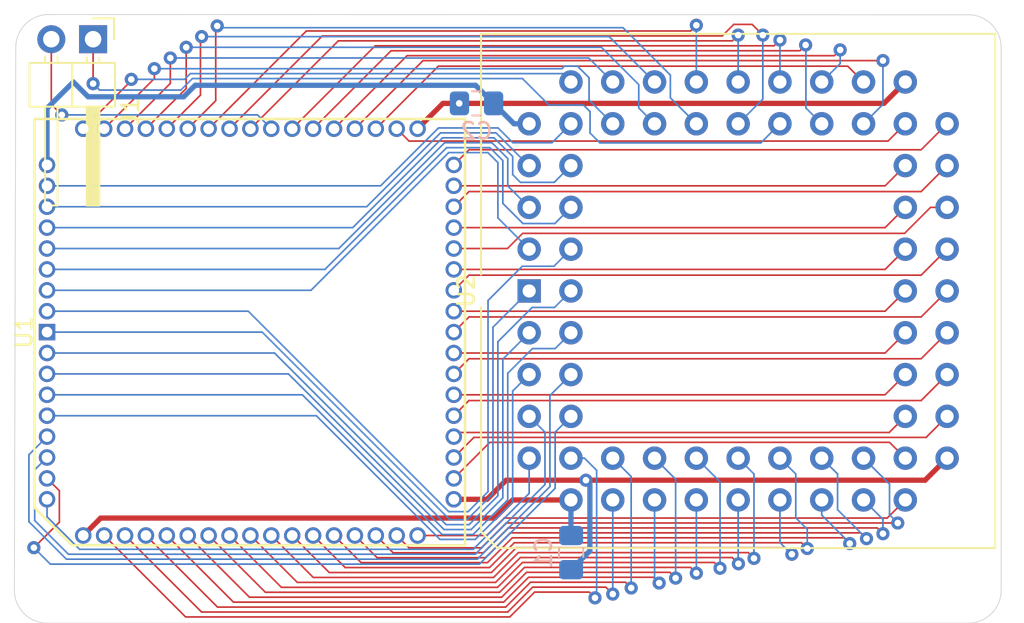
<source format=kicad_pcb>
(kicad_pcb (version 20211014) (generator pcbnew)
  (layers (0 "F.Cu" signal) (31 "B.Cu" signal) (34 "B.Paste" user) (35 "F.Paste" user) (36 "B.SilkS" user "B.Silkscreen") (37 "F.SilkS" user "F.Silkscreen") (38 "B.Mask" user) (39 "F.Mask" user) (44 "Edge.Cuts" user))
  (net 0 "")
  (net 1 "/VSYNC_MMU")
  (net 2 "/VSYNC_MB")
  (net 3 "Net-(U1-Pad1)")
  (net 4 "Net-(U1-Pad2)")
  (net 5 "Net-(U1-Pad3)")
  (net 6 "Net-(U1-Pad4)")
  (net 7 "Net-(U1-Pad5)")
  (net 8 "Net-(U1-Pad6)")
  (net 9 "Net-(U1-Pad7)")
  (net 10 "Net-(U1-Pad8)")
  (net 11 "Net-(U1-Pad9)")
  (net 12 "Net-(U1-Pad11)")
  (net 13 "Net-(U1-Pad12)")
  (net 14 "Net-(U1-Pad13)")
  (net 15 "Net-(U1-Pad14)")
  (net 16 "Net-(U1-Pad15)")
  (net 17 "Net-(U1-Pad16)")
  (net 18 "Net-(U1-Pad17)")
  (net 19 "Net-(U1-Pad18)")
  (net 20 "Net-(U1-Pad19)")
  (net 21 "Net-(U1-Pad20)")
  (net 22 "Net-(U1-Pad21)")
  (net 23 "Net-(U1-Pad22)")
  (net 24 "Net-(U1-Pad23)")
  (net 25 "Net-(U1-Pad24)")
  (net 26 "Net-(U1-Pad25)")
  (net 27 "Net-(U1-Pad26)")
  (net 28 "Net-(U1-Pad28)")
  (net 29 "Net-(U1-Pad29)")
  (net 30 "Net-(U1-Pad30)")
  (net 31 "Net-(U1-Pad31)")
  (net 32 "Net-(U1-Pad32)")
  (net 33 "Net-(U1-Pad33)")
  (net 34 "Net-(U1-Pad34)")
  (net 35 "Net-(U1-Pad35)")
  (net 36 "Net-(U1-Pad36)")
  (net 37 "Net-(U1-Pad37)")
  (net 38 "Net-(U1-Pad38)")
  (net 39 "Net-(U1-Pad39)")
  (net 40 "Net-(U1-Pad40)")
  (net 41 "Net-(U1-Pad41)")
  (net 42 "Net-(U1-Pad42)")
  (net 43 "Net-(U1-Pad43)")
  (net 44 "/VCC1")
  (net 45 "Net-(U1-Pad45)")
  (net 46 "Net-(U1-Pad46)")
  (net 47 "Net-(U1-Pad47)")
  (net 48 "Net-(U1-Pad48)")
  (net 49 "Net-(U1-Pad49)")
  (net 50 "Net-(U1-Pad50)")
  (net 51 "Net-(U1-Pad52)")
  (net 52 "Net-(U1-Pad53)")
  (net 53 "Net-(U1-Pad54)")
  (net 54 "Net-(U1-Pad55)")
  (net 55 "Net-(U1-Pad56)")
  (net 56 "Net-(U1-Pad57)")
  (net 57 "Net-(U1-Pad58)")
  (net 58 "Net-(U1-Pad59)")
  (net 59 "Net-(U1-Pad60)")
  (net 60 "/GND2")
  (net 61 "Net-(U1-Pad62)")
  (net 62 "Net-(U1-Pad63)")
  (net 63 "Net-(U1-Pad64)")
  (net 64 "Net-(U1-Pad65)")
  (net 65 "Net-(U1-Pad66)")
  (net 66 "Net-(U1-Pad67)")
  (net 67 "Net-(U1-Pad68)")
  (net 68 "/VCC2")
  (net 69 "/GND1")
  (footprint "Package_LCC:PLCC-68_THT-Socket" (layer "F.Cu") (at 157.7 119.8 90)
    (fp_text reference "U2")
    (fp_text value "ST_MMU_PHY")
  )
  (footprint "PLCC_plugs:PLCC68_male_pins" (layer "F.Cu") (at 128.4 122.3 90)
    (fp_text reference "U1")
    (fp_text value "ST_MMU_SOCKET")
  )
  (footprint "Connector_PinHeader_2.54mm:PinHeader_1x02_P2.54mm_Horizontal" (layer "F.Cu") (at 131.2 104.5 -90)
    (fp_text reference "J1")
    (fp_text value "Conn_01x02_Male")
  )
  (footprint "Capacitor_SMD:C_0805_2012Metric_Pad1.18x1.45mm_HandSolder" (layer "B.Cu") (at 154.5 108.4)
    (fp_text reference "C2")
    (fp_text value "1u")
  )
  (footprint "Capacitor_SMD:C_0805_2012Metric_Pad1.18x1.45mm_HandSolder" (layer "B.Cu") (at 160.25 135.7 -90)
    (fp_text reference "C1")
    (fp_text value "1u")
  )
  (gr_arc (start 126.5 105) (mid 127.085786 103.585786) (end 128.5 103) (layer "Edge.Cuts") (width 0.05))
  (gr_line (start 184.385786 103.014214) (end 128.5 103) (layer "Edge.Cuts") (width 0.05))
  (gr_line (start 128.414214 139.985786) (end 184.385786 139.985786) (layer "Edge.Cuts") (width 0.05))
  (gr_line (start 186.385786 137.985786) (end 186.385786 105.014214) (layer "Edge.Cuts") (width 0.05))
  (gr_line (start 126.5 105) (end 126.414214 137.985786) (layer "Edge.Cuts") (width 0.05))
  (gr_arc (start 186.385786 137.985786) (mid 185.8 139.4) (end 184.385786 139.985786) (layer "Edge.Cuts") (width 0.05))
  (gr_arc (start 128.414214 139.985786) (mid 127 139.4) (end 126.414214 137.985786) (layer "Edge.Cuts") (width 0.05))
  (gr_arc (start 184.385786 103.014214) (mid 185.8 103.6) (end 186.385786 105.014214) (layer "Edge.Cuts") (width 0.05))
  (segment (start 131.2 104.5) (end 131.2 107.2) (width 0.1) (layer "F.Cu") (net 1))
  (via (at 131.2 107.2) (size 0.8) (drill 0.4) (layers "F.Cu" "B.Cu") (net 1))
  (segment (start 161.4 108.9) (end 161 108.5) (width 0.1) (layer "B.Cu") (net 1))
  (segment (start 136.533764 107.5905) (end 131.5905 107.5905) (width 0.1) (layer "B.Cu") (net 1))
  (segment (start 171.78 110.8) (end 162 110.8) (width 0.1) (layer "B.Cu") (net 1))
  (segment (start 137.233264 106.891) (end 136.533764 107.5905) (width 0.1) (layer "B.Cu") (net 1))
  (segment (start 158.9 108.5) (end 157.291 106.891) (width 0.1) (layer "B.Cu") (net 1))
  (segment (start 172.94 109.64) (end 171.78 110.8) (width 0.1) (layer "B.Cu") (net 1))
  (segment (start 157.291 106.891) (end 137.233264 106.891) (width 0.1) (layer "B.Cu") (net 1))
  (segment (start 161.4 110.2) (end 161.4 108.9) (width 0.1) (layer "B.Cu") (net 1))
  (segment (start 131.5905 107.5905) (end 131.2 107.2) (width 0.1) (layer "B.Cu") (net 1))
  (segment (start 161 108.5) (end 158.9 108.5) (width 0.1) (layer "B.Cu") (net 1))
  (segment (start 162 110.8) (end 161.4 110.2) (width 0.1) (layer "B.Cu") (net 1))
  (segment (start 128.66 104.5) (end 128.66 108.46) (width 0.1) (layer "F.Cu") (net 2))
  (segment (start 128.66 108.46) (end 129.3 109.1) (width 0.1) (layer "F.Cu") (net 2))
  (via (at 129.3 109.1) (size 0.8) (drill 0.4) (layers "F.Cu" "B.Cu") (net 2))
  (segment (start 142.03 109.94) (end 141.19 109.1) (width 0.1) (layer "B.Cu") (net 2))
  (segment (start 141.19 109.1) (end 129.3 109.1) (width 0.1) (layer "B.Cu") (net 2))
  (segment (start 155.499501 122.000499) (end 157.7 119.8) (width 0.1) (layer "B.Cu") (net 3))
  (segment (start 128.4 122.3) (end 141.475781 122.3) (width 0.1) (layer "B.Cu") (net 3))
  (segment (start 152.875282 133.699501) (end 153.924057 133.699501) (width 0.1) (layer "B.Cu") (net 3))
  (segment (start 153.924057 133.699501) (end 155.499501 132.124057) (width 0.1) (layer "B.Cu") (net 3))
  (segment (start 141.475781 122.3) (end 152.875282 133.699501) (width 0.1) (layer "B.Cu") (net 3))
  (segment (start 155.499501 132.124057) (end 155.499501 122.000499) (width 0.1) (layer "B.Cu") (net 3))
  (segment (start 155.799002 122.881655) (end 157.880657 120.8) (width 0.1) (layer "B.Cu") (net 4))
  (segment (start 159.24 120.8) (end 160.24 119.8) (width 0.1) (layer "B.Cu") (net 4))
  (segment (start 152.651886 133.999002) (end 154.048114 133.999002) (width 0.1) (layer "B.Cu") (net 4))
  (segment (start 128.4 123.57) (end 142.222884 123.57) (width 0.1) (layer "B.Cu") (net 4))
  (segment (start 142.222884 123.57) (end 152.651886 133.999002) (width 0.1) (layer "B.Cu") (net 4))
  (segment (start 154.048114 133.999002) (end 155.799002 132.248114) (width 0.1) (layer "B.Cu") (net 4))
  (segment (start 155.799002 132.248114) (end 155.799002 122.881655) (width 0.1) (layer "B.Cu") (net 4))
  (segment (start 157.880657 120.8) (end 159.24 120.8) (width 0.1) (layer "B.Cu") (net 4))
  (segment (start 143.069326 124.84) (end 152.527829 134.298503) (width 0.1) (layer "B.Cu") (net 5))
  (segment (start 156.098503 132.372171) (end 156.098503 123.941497) (width 0.1) (layer "B.Cu") (net 5))
  (segment (start 154.172171 134.298503) (end 156.098503 132.372171) (width 0.1) (layer "B.Cu") (net 5))
  (segment (start 128.4 124.84) (end 143.069326 124.84) (width 0.1) (layer "B.Cu") (net 5))
  (segment (start 156.098503 123.941497) (end 157.7 122.34) (width 0.1) (layer "B.Cu") (net 5))
  (segment (start 152.527829 134.298503) (end 154.172171 134.298503) (width 0.1) (layer "B.Cu") (net 5))
  (segment (start 156.398004 132.496228) (end 156.398004 124.801996) (width 0.1) (layer "B.Cu") (net 6))
  (segment (start 128.4 126.11) (end 143.915768 126.11) (width 0.1) (layer "B.Cu") (net 6))
  (segment (start 154.296228 134.598004) (end 156.398004 132.496228) (width 0.1) (layer "B.Cu") (net 6))
  (segment (start 152.403772 134.598004) (end 154.296228 134.598004) (width 0.1) (layer "B.Cu") (net 6))
  (segment (start 157.9 123.3) (end 159.28 123.3) (width 0.1) (layer "B.Cu") (net 6))
  (segment (start 159.28 123.3) (end 160.24 122.34) (width 0.1) (layer "B.Cu") (net 6))
  (segment (start 156.398004 124.801996) (end 157.9 123.3) (width 0.1) (layer "B.Cu") (net 6))
  (segment (start 143.915768 126.11) (end 152.403772 134.598004) (width 0.1) (layer "B.Cu") (net 6))
  (segment (start 156.697505 132.620285) (end 156.697505 125.882495) (width 0.1) (layer "B.Cu") (net 7))
  (segment (start 156.697505 125.882495) (end 157.7 124.88) (width 0.1) (layer "B.Cu") (net 7))
  (segment (start 128.4 127.38) (end 144.76221 127.38) (width 0.1) (layer "B.Cu") (net 7))
  (segment (start 144.76221 127.38) (end 152.280214 134.898004) (width 0.1) (layer "B.Cu") (net 7))
  (segment (start 152.280214 134.898004) (end 154.419786 134.898004) (width 0.1) (layer "B.Cu") (net 7))
  (segment (start 154.419786 134.898004) (end 156.697505 132.620285) (width 0.1) (layer "B.Cu") (net 7))
  (segment (start 127.3 133.824264) (end 127.3 129.75) (width 0.1) (layer "B.Cu") (net 8))
  (segment (start 129.575736 136.1) (end 127.3 133.824264) (width 0.1) (layer "B.Cu") (net 8))
  (segment (start 127.3 129.75) (end 128.4 128.65) (width 0.1) (layer "B.Cu") (net 8))
  (segment (start 160.24 124.88) (end 158.9612 126.1588) (width 0.1) (layer "B.Cu") (net 8))
  (segment (start 158.9612 126.1588) (end 158.9612 131.687328) (width 0.1) (layer "B.Cu") (net 8))
  (segment (start 154.548528 136.1) (end 129.575736 136.1) (width 0.1) (layer "B.Cu") (net 8))
  (segment (start 158.9612 131.687328) (end 154.548528 136.1) (width 0.1) (layer "B.Cu") (net 8))
  (segment (start 127.65 130.67) (end 128.4 129.92) (width 0.1) (layer "B.Cu") (net 9))
  (segment (start 127.65 133.75) (end 127.65 130.67) (width 0.1) (layer "B.Cu") (net 9))
  (segment (start 154.424264 135.8) (end 129.7 135.8) (width 0.1) (layer "B.Cu") (net 9))
  (segment (start 158.6612 128.3812) (end 158.6612 131.563064) (width 0.1) (layer "B.Cu") (net 9))
  (segment (start 129.7 135.8) (end 127.65 133.75) (width 0.1) (layer "B.Cu") (net 9))
  (segment (start 158.6612 131.563064) (end 154.424264 135.8) (width 0.1) (layer "B.Cu") (net 9))
  (segment (start 157.7 127.42) (end 158.6612 128.3812) (width 0.1) (layer "B.Cu") (net 9))
  (segment (start 127.6 135.4) (end 129.15 133.85) (width 0.1) (layer "F.Cu") (net 10))
  (segment (start 129.15 131.94) (end 128.4 131.19) (width 0.1) (layer "F.Cu") (net 10))
  (segment (start 129.15 133.85) (end 129.15 131.94) (width 0.1) (layer "F.Cu") (net 10))
  (via (at 127.6 135.4) (size 0.8) (drill 0.4) (layers "F.Cu" "B.Cu") (net 10))
  (segment (start 159.2788 128.3812) (end 159.2788 131.793992) (width 0.1) (layer "B.Cu") (net 10))
  (segment (start 160.24 127.42) (end 159.2788 128.3812) (width 0.1) (layer "B.Cu") (net 10))
  (segment (start 128.6 136.4) (end 127.6 135.4) (width 0.1) (layer "B.Cu") (net 10))
  (segment (start 154.672792 136.4) (end 128.6 136.4) (width 0.1) (layer "B.Cu") (net 10))
  (segment (start 159.2788 131.793992) (end 154.672792 136.4) (width 0.1) (layer "B.Cu") (net 10))
  (segment (start 154.3 135.5) (end 157.7 132.1) (width 0.1) (layer "B.Cu") (net 11))
  (segment (start 128.4 133.520661) (end 130.379339 135.5) (width 0.1) (layer "B.Cu") (net 11))
  (segment (start 157.7 132.1) (end 157.7 129.96) (width 0.1) (layer "B.Cu") (net 11))
  (segment (start 128.4 132.46) (end 128.4 133.520661) (width 0.1) (layer "B.Cu") (net 11))
  (segment (start 130.379339 135.5) (end 154.3 135.5) (width 0.1) (layer "B.Cu") (net 11))
  (segment (start 161.3505 138.1) (end 161.7 138.4495) (width 0.1) (layer "F.Cu") (net 12))
  (segment (start 136.82 139.61) (end 156.522492 139.61) (width 0.1) (layer "F.Cu") (net 12))
  (segment (start 158.032492 138.1) (end 161.3505 138.1) (width 0.1) (layer "F.Cu") (net 12))
  (segment (start 156.522492 139.61) (end 158.032492 138.1) (width 0.1) (layer "F.Cu") (net 12))
  (segment (start 131.87 134.66) (end 136.82 139.61) (width 0.1) (layer "F.Cu") (net 12))
  (via (at 161.7 138.4495) (size 0.8) (drill 0.4) (layers "F.Cu" "B.Cu") (net 12))
  (segment (start 161.06 129.96) (end 160.24 129.96) (width 0.1) (layer "B.Cu") (net 12))
  (segment (start 161.8 130.7) (end 161.06 129.96) (width 0.1) (layer "B.Cu") (net 12))
  (segment (start 161.7 138.4495) (end 161.8 138.3495) (width 0.1) (layer "B.Cu") (net 12))
  (segment (start 161.8 138.3495) (end 161.8 130.7) (width 0.1) (layer "B.Cu") (net 12))
  (segment (start 157.908934 137.8) (end 156.398934 139.31) (width 0.1) (layer "F.Cu") (net 13))
  (segment (start 156.398934 139.31) (end 137.79 139.31) (width 0.1) (layer "F.Cu") (net 13))
  (segment (start 162.36 137.8) (end 157.908934 137.8) (width 0.1) (layer "F.Cu") (net 13))
  (segment (start 162.78 138.22) (end 162.36 137.8) (width 0.1) (layer "F.Cu") (net 13))
  (segment (start 137.79 139.31) (end 133.14 134.66) (width 0.1) (layer "F.Cu") (net 13))
  (via (at 162.78 138.22) (size 0.8) (drill 0.4) (layers "F.Cu" "B.Cu") (net 13))
  (segment (start 162.78 138.22) (end 162.78 132.5) (width 0.1) (layer "B.Cu") (net 13))
  (segment (start 156.275376 139.01) (end 157.785376 137.5) (width 0.1) (layer "F.Cu") (net 14))
  (segment (start 138.76 139.01) (end 156.275376 139.01) (width 0.1) (layer "F.Cu") (net 14))
  (segment (start 163.5505 137.5) (end 163.9 137.8495) (width 0.1) (layer "F.Cu") (net 14))
  (segment (start 134.41 134.66) (end 138.76 139.01) (width 0.1) (layer "F.Cu") (net 14))
  (segment (start 157.785376 137.5) (end 163.5505 137.5) (width 0.1) (layer "F.Cu") (net 14))
  (via (at 163.9 137.8495) (size 0.8) (drill 0.4) (layers "F.Cu" "B.Cu") (net 14))
  (segment (start 163.9 131.08) (end 162.78 129.96) (width 0.1) (layer "B.Cu") (net 14))
  (segment (start 163.9 137.8495) (end 163.9 131.08) (width 0.1) (layer "B.Cu") (net 14))
  (segment (start 165.2505 137.2) (end 157.661818 137.2) (width 0.1) (layer "F.Cu") (net 15))
  (segment (start 165.6 137.5495) (end 165.2505 137.2) (width 0.1) (layer "F.Cu") (net 15))
  (segment (start 157.661818 137.2) (end 156.151818 138.71) (width 0.1) (layer "F.Cu") (net 15))
  (segment (start 156.151818 138.71) (end 139.73 138.71) (width 0.1) (layer "F.Cu") (net 15))
  (segment (start 139.73 138.71) (end 135.68 134.66) (width 0.1) (layer "F.Cu") (net 15))
  (via (at 165.6 137.5495) (size 0.8) (drill 0.4) (layers "F.Cu" "B.Cu") (net 15))
  (segment (start 165.32 137.2695) (end 165.32 132.5) (width 0.1) (layer "B.Cu") (net 15))
  (segment (start 165.6 137.5495) (end 165.32 137.2695) (width 0.1) (layer "B.Cu") (net 15))
  (segment (start 156.02826 138.41) (end 140.7 138.41) (width 0.1) (layer "F.Cu") (net 16))
  (segment (start 140.7 138.41) (end 136.95 134.66) (width 0.1) (layer "F.Cu") (net 16))
  (segment (start 166.6 137.2495) (end 166.2505 136.9) (width 0.1) (layer "F.Cu") (net 16))
  (segment (start 166.2505 136.9) (end 157.53826 136.9) (width 0.1) (layer "F.Cu") (net 16))
  (segment (start 157.53826 136.9) (end 156.02826 138.41) (width 0.1) (layer "F.Cu") (net 16))
  (via (at 166.6 137.2495) (size 0.8) (drill 0.4) (layers "F.Cu" "B.Cu") (net 16))
  (segment (start 166.6 131.24) (end 165.32 129.96) (width 0.1) (layer "B.Cu") (net 16))
  (segment (start 166.6 137.2495) (end 166.6 131.24) (width 0.1) (layer "B.Cu") (net 16))
  (segment (start 167.86 136.9495) (end 167.5105 136.6) (width 0.1) (layer "F.Cu") (net 17))
  (segment (start 157.414702 136.6) (end 155.904702 138.11) (width 0.1) (layer "F.Cu") (net 17))
  (segment (start 167.5105 136.6) (end 157.414702 136.6) (width 0.1) (layer "F.Cu") (net 17))
  (segment (start 155.904702 138.11) (end 141.67 138.11) (width 0.1) (layer "F.Cu") (net 17))
  (segment (start 141.67 138.11) (end 138.22 134.66) (width 0.1) (layer "F.Cu") (net 17))
  (via (at 167.86 136.9495) (size 0.8) (drill 0.4) (layers "F.Cu" "B.Cu") (net 17))
  (segment (start 167.86 136.9495) (end 167.86 132.5) (width 0.1) (layer "B.Cu") (net 17))
  (segment (start 168.9505 136.3) (end 169.3 136.6495) (width 0.1) (layer "F.Cu") (net 18))
  (segment (start 157.291144 136.3) (end 168.9505 136.3) (width 0.1) (layer "F.Cu") (net 18))
  (segment (start 139.49 134.66) (end 142.64 137.81) (width 0.1) (layer "F.Cu") (net 18))
  (segment (start 142.64 137.81) (end 155.781144 137.81) (width 0.1) (layer "F.Cu") (net 18))
  (segment (start 155.781144 137.81) (end 157.291144 136.3) (width 0.1) (layer "F.Cu") (net 18))
  (via (at 169.3 136.6495) (size 0.8) (drill 0.4) (layers "F.Cu" "B.Cu") (net 18))
  (segment (start 169.3 131.4) (end 167.86 129.96) (width 0.1) (layer "B.Cu") (net 18))
  (segment (start 169.3 136.6495) (end 169.3 131.4) (width 0.1) (layer "B.Cu") (net 18))
  (segment (start 170.417327 136.378299) (end 170.039028 136) (width 0.1) (layer "F.Cu") (net 19))
  (segment (start 170.039028 136) (end 157.167586 136) (width 0.1) (layer "F.Cu") (net 19))
  (segment (start 143.61 137.51) (end 140.76 134.66) (width 0.1) (layer "F.Cu") (net 19))
  (segment (start 157.167586 136) (end 155.657586 137.51) (width 0.1) (layer "F.Cu") (net 19))
  (segment (start 155.657586 137.51) (end 143.61 137.51) (width 0.1) (layer "F.Cu") (net 19))
  (via (at 170.417327 136.378299) (size 0.8) (drill 0.4) (layers "F.Cu" "B.Cu") (net 19))
  (segment (start 170.4 136.360972) (end 170.4 132.5) (width 0.1) (layer "B.Cu") (net 19))
  (segment (start 170.417327 136.378299) (end 170.4 136.360972) (width 0.1) (layer "B.Cu") (net 19))
  (segment (start 144.58 137.21) (end 142.03 134.66) (width 0.1) (layer "F.Cu") (net 20))
  (segment (start 157.044028 135.7) (end 155.534028 137.21) (width 0.1) (layer "F.Cu") (net 20))
  (segment (start 155.534028 137.21) (end 144.58 137.21) (width 0.1) (layer "F.Cu") (net 20))
  (segment (start 171.0117 135.7) (end 157.044028 135.7) (width 0.1) (layer "F.Cu") (net 20))
  (segment (start 171.3612 136.0495) (end 171.0117 135.7) (width 0.1) (layer "F.Cu") (net 20))
  (via (at 171.3612 136.0495) (size 0.8) (drill 0.4) (layers "F.Cu" "B.Cu") (net 20))
  (segment (start 171.3612 136.0495) (end 171.3612 130.9212) (width 0.1) (layer "B.Cu") (net 20))
  (segment (start 171.3612 130.9212) (end 170.4 129.96) (width 0.1) (layer "B.Cu") (net 20))
  (segment (start 155.41047 136.91) (end 145.55 136.91) (width 0.1) (layer "F.Cu") (net 21))
  (segment (start 173.650949 135.800449) (end 173.2505 135.4) (width 0.1) (layer "F.Cu") (net 21))
  (segment (start 145.55 136.91) (end 143.3 134.66) (width 0.1) (layer "F.Cu") (net 21))
  (segment (start 173.664137 135.800449) (end 173.650949 135.800449) (width 0.1) (layer "F.Cu") (net 21))
  (segment (start 173.2505 135.4) (end 156.92047 135.4) (width 0.1) (layer "F.Cu") (net 21))
  (segment (start 156.92047 135.4) (end 155.41047 136.91) (width 0.1) (layer "F.Cu") (net 21))
  (via (at 173.664137 135.800449) (size 0.8) (drill 0.4) (layers "F.Cu" "B.Cu") (net 21))
  (segment (start 172.94 135.0895) (end 172.94 132.5) (width 0.1) (layer "B.Cu") (net 21))
  (segment (start 173.664137 135.800449) (end 173.650949 135.800449) (width 0.1) (layer "B.Cu") (net 21))
  (segment (start 173.650949 135.800449) (end 172.94 135.0895) (width 0.1) (layer "B.Cu") (net 21))
  (segment (start 146.518004 136.608004) (end 144.57 134.66) (width 0.1) (layer "F.Cu") (net 22))
  (segment (start 156.796912 135.1) (end 155.288908 136.608004) (width 0.1) (layer "F.Cu") (net 22))
  (segment (start 155.288908 136.608004) (end 146.518004 136.608004) (width 0.1) (layer "F.Cu") (net 22))
  (segment (start 174.6 135.4495) (end 174.2505 135.1) (width 0.1) (layer "F.Cu") (net 22))
  (segment (start 174.2505 135.1) (end 156.796912 135.1) (width 0.1) (layer "F.Cu") (net 22))
  (via (at 174.6 135.4495) (size 0.8) (drill 0.4) (layers "F.Cu" "B.Cu") (net 22))
  (segment (start 173.9012 133.582649) (end 173.9012 130.9212) (width 0.1) (layer "B.Cu") (net 22))
  (segment (start 174.6 135.4495) (end 174.6 134.281449) (width 0.1) (layer "B.Cu") (net 22))
  (segment (start 173.9012 130.9212) (end 172.94 129.96) (width 0.1) (layer "B.Cu") (net 22))
  (segment (start 174.6 134.281449) (end 173.9012 133.582649) (width 0.1) (layer "B.Cu") (net 22))
  (segment (start 176.830561 134.8) (end 156.673354 134.8) (width 0.1) (layer "F.Cu") (net 23))
  (segment (start 155.164851 136.308503) (end 147.488503 136.308503) (width 0.1) (layer "F.Cu") (net 23))
  (segment (start 177.180061 135.1495) (end 176.830561 134.8) (width 0.1) (layer "F.Cu") (net 23))
  (segment (start 147.488503 136.308503) (end 145.84 134.66) (width 0.1) (layer "F.Cu") (net 23))
  (segment (start 156.673354 134.8) (end 155.164851 136.308503) (width 0.1) (layer "F.Cu") (net 23))
  (via (at 177.180061 135.1495) (size 0.8) (drill 0.4) (layers "F.Cu" "B.Cu") (net 23))
  (segment (start 177.180061 135.1495) (end 177.180061 135.119938) (width 0.1) (layer "B.Cu") (net 23))
  (segment (start 175.48 133.419877) (end 175.48 132.5) (width 0.1) (layer "B.Cu") (net 23))
  (segment (start 177.180061 135.119938) (end 175.48 133.419877) (width 0.1) (layer "B.Cu") (net 23))
  (segment (start 148.459002 136.009002) (end 155.040794 136.009002) (width 0.1) (layer "F.Cu") (net 24))
  (segment (start 177.850997 134.5) (end 178.200497 134.8495) (width 0.1) (layer "F.Cu") (net 24))
  (segment (start 155.040794 136.009002) (end 156.549796 134.5) (width 0.1) (layer "F.Cu") (net 24))
  (segment (start 156.549796 134.5) (end 177.850997 134.5) (width 0.1) (layer "F.Cu") (net 24))
  (segment (start 147.11 134.66) (end 148.459002 136.009002) (width 0.1) (layer "F.Cu") (net 24))
  (via (at 178.200497 134.8495) (size 0.8) (drill 0.4) (layers "F.Cu" "B.Cu") (net 24))
  (segment (start 176.4412 133.090203) (end 176.4412 130.9212) (width 0.1) (layer "B.Cu") (net 24))
  (segment (start 178.200497 134.8495) (end 176.4412 133.090203) (width 0.1) (layer "B.Cu") (net 24))
  (segment (start 176.4412 130.9212) (end 175.48 129.96) (width 0.1) (layer "B.Cu") (net 24))
  (segment (start 149.429501 135.709501) (end 154.916737 135.709501) (width 0.1) (layer "F.Cu") (net 25))
  (segment (start 156.426238 134.2) (end 178.8505 134.2) (width 0.1) (layer "F.Cu") (net 25))
  (segment (start 148.38 134.66) (end 149.429501 135.709501) (width 0.1) (layer "F.Cu") (net 25))
  (segment (start 154.916737 135.709501) (end 156.426238 134.2) (width 0.1) (layer "F.Cu") (net 25))
  (segment (start 178.8505 134.2) (end 179.2 134.5495) (width 0.1) (layer "F.Cu") (net 25))
  (via (at 179.2 134.5495) (size 0.8) (drill 0.4) (layers "F.Cu" "B.Cu") (net 25))
  (segment (start 179.2 133.68) (end 178.02 132.5) (width 0.1) (layer "B.Cu") (net 25))
  (segment (start 179.2 134.5495) (end 179.2 133.68) (width 0.1) (layer "B.Cu") (net 25))
  (segment (start 156.30268 133.9) (end 180.1 133.9) (width 0.1) (layer "F.Cu") (net 26))
  (segment (start 154.79268 135.41) (end 156.30268 133.9) (width 0.1) (layer "F.Cu") (net 26))
  (segment (start 149.65 134.66) (end 150.4 135.41) (width 0.1) (layer "F.Cu") (net 26))
  (segment (start 150.4 135.41) (end 154.79268 135.41) (width 0.1) (layer "F.Cu") (net 26))
  (via (at 180.1 133.9) (size 0.8) (drill 0.4) (layers "F.Cu" "B.Cu") (net 26))
  (segment (start 180.1 133.9) (end 179.5988 133.3988) (width 0.1) (layer "B.Cu") (net 26))
  (segment (start 179.5988 131.5388) (end 178.02 129.96) (width 0.1) (layer "B.Cu") (net 26))
  (segment (start 179.5988 133.3988) (end 179.5988 131.5388) (width 0.1) (layer "B.Cu") (net 26))
  (segment (start 179.46 133.6) (end 156.179122 133.6) (width 0.1) (layer "F.Cu") (net 27))
  (segment (start 180.56 132.5) (end 179.46 133.6) (width 0.1) (layer "F.Cu") (net 27))
  (segment (start 156.179122 133.6) (end 155.119122 134.66) (width 0.1) (layer "F.Cu") (net 27))
  (segment (start 155.119122 134.66) (end 150.92 134.66) (width 0.1) (layer "F.Cu") (net 27))
  (segment (start 155.3112 128.9988) (end 179.5988 128.9988) (width 0.1) (layer "F.Cu") (net 28))
  (segment (start 179.5988 128.9988) (end 180.56 129.96) (width 0.1) (layer "F.Cu") (net 28))
  (segment (start 153.12 131.19) (end 155.3112 128.9988) (width 0.1) (layer "F.Cu") (net 28))
  (segment (start 181.820701 128.699299) (end 183.1 127.42) (width 0.1) (layer "F.Cu") (net 29))
  (segment (start 153.12 129.92) (end 154.340701 128.699299) (width 0.1) (layer "F.Cu") (net 29))
  (segment (start 154.340701 128.699299) (end 181.820701 128.699299) (width 0.1) (layer "F.Cu") (net 29))
  (segment (start 179.580202 128.399798) (end 180.56 127.42) (width 0.1) (layer "F.Cu") (net 30))
  (segment (start 153.12 128.65) (end 153.370202 128.399798) (width 0.1) (layer "F.Cu") (net 30))
  (segment (start 153.370202 128.399798) (end 179.580202 128.399798) (width 0.1) (layer "F.Cu") (net 30))
  (segment (start 181.5212 126.4588) (end 183.1 124.88) (width 0.1) (layer "F.Cu") (net 31))
  (segment (start 153.12 127.38) (end 154.0412 126.4588) (width 0.1) (layer "F.Cu") (net 31))
  (segment (start 154.0412 126.4588) (end 181.5212 126.4588) (width 0.1) (layer "F.Cu") (net 31))
  (segment (start 153.12 126.11) (end 179.33 126.11) (width 0.1) (layer "F.Cu") (net 32))
  (segment (start 179.33 126.11) (end 180.56 124.88) (width 0.1) (layer "F.Cu") (net 32))
  (segment (start 153.12 124.84) (end 154.0412 123.9188) (width 0.1) (layer "F.Cu") (net 33))
  (segment (start 154.0412 123.9188) (end 181.5212 123.9188) (width 0.1) (layer "F.Cu") (net 33))
  (segment (start 181.5212 123.9188) (end 183.1 122.34) (width 0.1) (layer "F.Cu") (net 33))
  (segment (start 153.12 123.57) (end 179.33 123.57) (width 0.1) (layer "F.Cu") (net 34))
  (segment (start 179.33 123.57) (end 180.56 122.34) (width 0.1) (layer "F.Cu") (net 34))
  (segment (start 153.12 122.3) (end 154.0412 121.3788) (width 0.1) (layer "F.Cu") (net 35))
  (segment (start 154.0412 121.3788) (end 181.5212 121.3788) (width 0.1) (layer "F.Cu") (net 35))
  (segment (start 181.5212 121.3788) (end 183.1 119.8) (width 0.1) (layer "F.Cu") (net 35))
  (segment (start 153.12 121.03) (end 179.33 121.03) (width 0.1) (layer "F.Cu") (net 36))
  (segment (start 179.33 121.03) (end 180.56 119.8) (width 0.1) (layer "F.Cu") (net 36))
  (segment (start 153.12 119.76) (end 154.0412 118.8388) (width 0.1) (layer "F.Cu") (net 37))
  (segment (start 181.5212 118.8388) (end 183.1 117.26) (width 0.1) (layer "F.Cu") (net 37))
  (segment (start 154.0412 118.8388) (end 181.5212 118.8388) (width 0.1) (layer "F.Cu") (net 37))
  (segment (start 179.33 118.49) (end 180.56 117.26) (width 0.1) (layer "F.Cu") (net 38))
  (segment (start 153.12 118.49) (end 179.33 118.49) (width 0.1) (layer "F.Cu") (net 38))
  (segment (start 160.639343 116.3) (end 160.638143 116.2988) (width 0.1) (layer "F.Cu") (net 39))
  (segment (start 182.094212 114.72) (end 180.514212 116.3) (width 0.1) (layer "F.Cu") (net 39))
  (segment (start 156.380657 117.22) (end 153.12 117.22) (width 0.1) (layer "F.Cu") (net 39))
  (segment (start 158.098143 116.2988) (end 157.301857 116.2988) (width 0.1) (layer "F.Cu") (net 39))
  (segment (start 159.841857 116.2988) (end 159.840657 116.3) (width 0.1) (layer "F.Cu") (net 39))
  (segment (start 160.638143 116.2988) (end 159.841857 116.2988) (width 0.1) (layer "F.Cu") (net 39))
  (segment (start 180.514212 116.3) (end 160.639343 116.3) (width 0.1) (layer "F.Cu") (net 39))
  (segment (start 159.840657 116.3) (end 158.099343 116.3) (width 0.1) (layer "F.Cu") (net 39))
  (segment (start 158.099343 116.3) (end 158.098143 116.2988) (width 0.1) (layer "F.Cu") (net 39))
  (segment (start 183.1 114.72) (end 182.094212 114.72) (width 0.1) (layer "F.Cu") (net 39))
  (segment (start 157.301857 116.2988) (end 156.380657 117.22) (width 0.1) (layer "F.Cu") (net 39))
  (segment (start 180.56 114.72) (end 179.33 115.95) (width 0.1) (layer "F.Cu") (net 40))
  (segment (start 179.33 115.95) (end 153.12 115.95) (width 0.1) (layer "F.Cu") (net 40))
  (segment (start 154.0412 113.7588) (end 181.5212 113.7588) (width 0.1) (layer "F.Cu") (net 41))
  (segment (start 153.12 114.68) (end 154.0412 113.7588) (width 0.1) (layer "F.Cu") (net 41))
  (segment (start 181.5212 113.7588) (end 183.1 112.18) (width 0.1) (layer "F.Cu") (net 41))
  (segment (start 179.33 113.41) (end 180.56 112.18) (width 0.1) (layer "F.Cu") (net 42))
  (segment (start 153.12 113.41) (end 179.33 113.41) (width 0.1) (layer "F.Cu") (net 42))
  (segment (start 153.12 112.14) (end 154.0412 111.2188) (width 0.1) (layer "F.Cu") (net 43))
  (segment (start 181.5212 111.2188) (end 183.1 109.64) (width 0.1) (layer "F.Cu") (net 43))
  (segment (start 154.0412 111.2188) (end 181.5212 111.2188) (width 0.1) (layer "F.Cu") (net 43))
  (segment (start 156.7 132.5) (end 160.24 132.5) (width 0.32) (layer "F.Cu") (net 44))
  (segment (start 130.6 134.66) (end 131.66 133.6) (width 0.32) (layer "F.Cu") (net 44))
  (segment (start 131.66 133.6) (end 155.6 133.6) (width 0.32) (layer "F.Cu") (net 44))
  (segment (start 155.6 133.6) (end 156.7 132.5) (width 0.32) (layer "F.Cu") (net 44))
  (segment (start 160.24 132.5) (end 160.24 134.6525) (width 0.32) (layer "B.Cu") (net 44))
  (segment (start 160.24 134.6525) (end 160.25 134.6625) (width 0.32) (layer "B.Cu") (net 44))
  (segment (start 149.65 109.94) (end 150.4 110.69) (width 0.1) (layer "F.Cu") (net 45))
  (segment (start 179.51 110.69) (end 180.56 109.64) (width 0.1) (layer "F.Cu") (net 45))
  (segment (start 150.4 110.69) (end 179.51 110.69) (width 0.1) (layer "F.Cu") (net 45))
  (segment (start 152.1812 106.1388) (end 177.0588 106.1388) (width 0.1) (layer "F.Cu") (net 46))
  (segment (start 148.38 109.94) (end 152.1812 106.1388) (width 0.1) (layer "F.Cu") (net 46))
  (segment (start 177.0588 106.1388) (end 178.02 107.1) (width 0.1) (layer "F.Cu") (net 46))
  (segment (start 151.25 105.8) (end 179.2 105.8) (width 0.1) (layer "F.Cu") (net 47))
  (segment (start 147.11 109.94) (end 151.25 105.8) (width 0.1) (layer "F.Cu") (net 47))
  (via (at 179.2 105.8) (size 0.8) (drill 0.4) (layers "F.Cu" "B.Cu") (net 47))
  (segment (start 179.2 108.46) (end 178.02 109.64) (width 0.1) (layer "B.Cu") (net 47))
  (segment (start 179.2 105.8) (end 179.2 108.46) (width 0.1) (layer "B.Cu") (net 47))
  (segment (start 176.2505 105.5) (end 176.6 105.1505) (width 0.1) (layer "F.Cu") (net 48))
  (segment (start 145.84 109.94) (end 150.28 105.5) (width 0.1) (layer "F.Cu") (net 48))
  (segment (start 150.28 105.5) (end 176.2505 105.5) (width 0.1) (layer "F.Cu") (net 48))
  (via (at 176.6 105.1505) (size 0.8) (drill 0.4) (layers "F.Cu" "B.Cu") (net 48))
  (segment (start 176.6 105.98) (end 175.48 107.1) (width 0.1) (layer "B.Cu") (net 48))
  (segment (start 176.6 105.1505) (end 176.6 105.98) (width 0.1) (layer "B.Cu") (net 48))
  (segment (start 174.5 104.8505) (end 174.1505 105.2) (width 0.1) (layer "F.Cu") (net 49))
  (segment (start 149.31 105.2) (end 144.57 109.94) (width 0.1) (layer "F.Cu") (net 49))
  (segment (start 174.1505 105.2) (end 149.31 105.2) (width 0.1) (layer "F.Cu") (net 49))
  (via (at 174.5 104.8505) (size 0.8) (drill 0.4) (layers "F.Cu" "B.Cu") (net 49))
  (segment (start 174.5188 104.8693) (end 174.5188 108.6788) (width 0.1) (layer "B.Cu") (net 49))
  (segment (start 174.5188 108.6788) (end 175.48 109.64) (width 0.1) (layer "B.Cu") (net 49))
  (segment (start 174.5 104.8505) (end 174.5188 104.8693) (width 0.1) (layer "B.Cu") (net 49))
  (segment (start 172.5905 104.9) (end 148.34 104.9) (width 0.1) (layer "F.Cu") (net 50))
  (segment (start 172.94 104.5505) (end 172.5905 104.9) (width 0.1) (layer "F.Cu") (net 50))
  (segment (start 148.34 104.9) (end 143.3 109.94) (width 0.1) (layer "F.Cu") (net 50))
  (via (at 172.94 104.5505) (size 0.8) (drill 0.4) (layers "F.Cu" "B.Cu") (net 50))
  (segment (start 172.94 104.5505) (end 172.94 107.1) (width 0.1) (layer "B.Cu") (net 50))
  (segment (start 146.1 104.6) (end 140.76 109.94) (width 0.1) (layer "F.Cu") (net 51))
  (segment (start 170.4 104.2505) (end 170.0505 104.6) (width 0.1) (layer "F.Cu") (net 51))
  (segment (start 170.0505 104.6) (end 146.1 104.6) (width 0.1) (layer "F.Cu") (net 51))
  (via (at 170.4 104.2505) (size 0.8) (drill 0.4) (layers "F.Cu" "B.Cu") (net 51))
  (segment (start 170.4 104.2505) (end 170.4 107.1) (width 0.1) (layer "B.Cu") (net 51))
  (segment (start 171.25 103.6005) (end 170.130761 103.6005) (width 0.1) (layer "F.Cu") (net 52))
  (segment (start 170.130761 103.6005) (end 169.431261 104.3) (width 0.1) (layer "F.Cu") (net 52))
  (segment (start 145.13 104.3) (end 139.49 109.94) (width 0.1) (layer "F.Cu") (net 52))
  (segment (start 171.9 104.2505) (end 171.25 103.6005) (width 0.1) (layer "F.Cu") (net 52))
  (segment (start 169.431261 104.3) (end 145.13 104.3) (width 0.1) (layer "F.Cu") (net 52))
  (via (at 171.9 104.2505) (size 0.8) (drill 0.4) (layers "F.Cu" "B.Cu") (net 52))
  (segment (start 171.9 104.2505) (end 171.9 108.14) (width 0.1) (layer "B.Cu") (net 52))
  (segment (start 171.9 108.14) (end 170.4 109.64) (width 0.1) (layer "B.Cu") (net 52))
  (segment (start 167.5105 104) (end 144.16 104) (width 0.1) (layer "F.Cu") (net 53))
  (segment (start 144.16 104) (end 138.22 109.94) (width 0.1) (layer "F.Cu") (net 53))
  (segment (start 167.86 103.6505) (end 167.5105 104) (width 0.1) (layer "F.Cu") (net 53))
  (via (at 167.86 103.6505) (size 0.8) (drill 0.4) (layers "F.Cu" "B.Cu") (net 53))
  (segment (start 167.86 103.6505) (end 167.86 107.1) (width 0.1) (layer "B.Cu") (net 53))
  (segment (start 138.651882 108.238118) (end 136.95 109.94) (width 0.1) (layer "F.Cu") (net 54))
  (segment (start 138.651882 103.782872) (end 138.651882 108.238118) (width 0.1) (layer "F.Cu") (net 54))
  (segment (start 138.741754 103.693) (end 138.651882 103.782872) (width 0.1) (layer "F.Cu") (net 54))
  (via (at 138.741754 103.693) (size 0.8) (drill 0.4) (layers "F.Cu" "B.Cu") (net 54))
  (segment (start 166.2812 106.6812) (end 166.2812 108.0612) (width 0.1) (layer "B.Cu") (net 54))
  (segment (start 138.848754 103.8) (end 163.4 103.8) (width 0.1) (layer "B.Cu") (net 54))
  (segment (start 166.2812 108.0612) (end 167.86 109.64) (width 0.1) (layer "B.Cu") (net 54))
  (segment (start 163.4 103.8) (end 166.2812 106.6812) (width 0.1) (layer "B.Cu") (net 54))
  (segment (start 138.741754 103.693) (end 138.848754 103.8) (width 0.1) (layer "B.Cu") (net 54))
  (segment (start 137.723888 107.896112) (end 135.68 109.94) (width 0.1) (layer "F.Cu") (net 55))
  (segment (start 137.723888 104.415287) (end 137.723888 107.896112) (width 0.1) (layer "F.Cu") (net 55))
  (segment (start 137.796675 104.3425) (end 137.723888 104.415287) (width 0.1) (layer "F.Cu") (net 55))
  (via (at 137.796675 104.3425) (size 0.8) (drill 0.4) (layers "F.Cu" "B.Cu") (net 55))
  (segment (start 162.5625 104.3425) (end 165.32 107.1) (width 0.1) (layer "B.Cu") (net 55))
  (segment (start 137.796675 104.3425) (end 162.5625 104.3425) (width 0.1) (layer "B.Cu") (net 55))
  (segment (start 136.857662 104.992) (end 136.857662 107.492338) (width 0.1) (layer "F.Cu") (net 56))
  (segment (start 136.857662 107.492338) (end 134.41 109.94) (width 0.1) (layer "F.Cu") (net 56))
  (via (at 136.857662 104.992) (size 0.8) (drill 0.4) (layers "F.Cu" "B.Cu") (net 56))
  (segment (start 136.857662 104.992) (end 162.092 104.992) (width 0.1) (layer "B.Cu") (net 56))
  (segment (start 164.3588 108.6788) (end 165.32 109.64) (width 0.1) (layer "B.Cu") (net 56))
  (segment (start 162.092 104.992) (end 164.3588 107.2588) (width 0.1) (layer "B.Cu") (net 56))
  (segment (start 164.3588 107.2588) (end 164.3588 108.6788) (width 0.1) (layer "B.Cu") (net 56))
  (segment (start 135.89172 105.6415) (end 135.89172 107.18828) (width 0.1) (layer "F.Cu") (net 57))
  (segment (start 135.89172 107.18828) (end 133.14 109.94) (width 0.1) (layer "F.Cu") (net 57))
  (via (at 135.89172 105.6415) (size 0.8) (drill 0.4) (layers "F.Cu" "B.Cu") (net 57))
  (segment (start 135.89172 105.6415) (end 161.3215 105.6415) (width 0.1) (layer "B.Cu") (net 57))
  (segment (start 161.3215 105.6415) (end 162.78 107.1) (width 0.1) (layer "B.Cu") (net 57))
  (segment (start 134.922032 106.291) (end 134.922032 106.887968) (width 0.1) (layer "F.Cu") (net 58))
  (segment (start 134.922032 106.887968) (end 131.87 109.94) (width 0.1) (layer "F.Cu") (net 58))
  (via (at 134.922032 106.291) (size 0.8) (drill 0.4) (layers "F.Cu" "B.Cu") (net 58))
  (segment (start 134.922032 106.291) (end 159.689657 106.291) (width 0.1) (layer "B.Cu") (net 58))
  (segment (start 161.34 108.2) (end 162.78 109.64) (width 0.1) (layer "B.Cu") (net 58))
  (segment (start 160.638143 106.1388) (end 161.34 106.840657) (width 0.1) (layer "B.Cu") (net 58))
  (segment (start 161.34 106.840657) (end 161.34 108.2) (width 0.1) (layer "B.Cu") (net 58))
  (segment (start 159.841857 106.1388) (end 160.638143 106.1388) (width 0.1) (layer "B.Cu") (net 58))
  (segment (start 159.689657 106.291) (end 159.841857 106.1388) (width 0.1) (layer "B.Cu") (net 58))
  (segment (start 133.52 107.02) (end 130.6 109.94) (width 0.1) (layer "F.Cu") (net 59))
  (segment (start 133.52 106.9405) (end 133.52 107.02) (width 0.1) (layer "F.Cu") (net 59))
  (via (at 133.52 106.9405) (size 0.8) (drill 0.4) (layers "F.Cu" "B.Cu") (net 59))
  (segment (start 159.731 106.591) (end 160.24 107.1) (width 0.1) (layer "B.Cu") (net 59))
  (segment (start 136.7595 106.9405) (end 137.109 106.591) (width 0.1) (layer "B.Cu") (net 59))
  (segment (start 137.109 106.591) (end 159.731 106.591) (width 0.1) (layer "B.Cu") (net 59))
  (segment (start 133.52 106.9405) (end 136.7595 106.9405) (width 0.1) (layer "B.Cu") (net 59))
  (segment (start 130.9005 108.0005) (end 136.703592 108.0005) (width 0.32) (layer "B.Cu") (net 60))
  (segment (start 128.4 112.14) (end 128.4 108.7) (width 0.32) (layer "B.Cu") (net 60))
  (segment (start 156.7775 109.64) (end 157.7 109.64) (width 0.32) (layer "B.Cu") (net 60))
  (segment (start 137.403092 107.301) (end 154.4385 107.301) (width 0.32) (layer "B.Cu") (net 60))
  (segment (start 136.703592 108.0005) (end 137.403092 107.301) (width 0.32) (layer "B.Cu") (net 60))
  (segment (start 154.4385 107.301) (end 156.7775 109.64) (width 0.32) (layer "B.Cu") (net 60))
  (segment (start 128.4 108.7) (end 130 107.1) (width 0.32) (layer "B.Cu") (net 60))
  (segment (start 130 107.1) (end 130.9005 108.0005) (width 0.32) (layer "B.Cu") (net 60))
  (segment (start 156.708788 110.790998) (end 159.089002 110.790998) (width 0.1) (layer "B.Cu") (net 61))
  (segment (start 128.4 113.41) (end 148.671549 113.41) (width 0.1) (layer "B.Cu") (net 61))
  (segment (start 152.188554 109.892995) (end 155.810785 109.892995) (width 0.1) (layer "B.Cu") (net 61))
  (segment (start 148.671549 113.41) (end 152.188554 109.892995) (width 0.1) (layer "B.Cu") (net 61))
  (segment (start 155.810785 109.892995) (end 156.708788 110.790998) (width 0.1) (layer "B.Cu") (net 61))
  (segment (start 159.089002 110.790998) (end 160.24 109.64) (width 0.1) (layer "B.Cu") (net 61))
  (segment (start 128.4 114.68) (end 147.825107 114.68) (width 0.1) (layer "B.Cu") (net 62))
  (segment (start 152.312611 110.192496) (end 155.686728 110.192496) (width 0.1) (layer "B.Cu") (net 62))
  (segment (start 155.686728 110.192496) (end 157.674232 112.18) (width 0.1) (layer "B.Cu") (net 62))
  (segment (start 157.674232 112.18) (end 157.7 112.18) (width 0.1) (layer "B.Cu") (net 62))
  (segment (start 147.825107 114.68) (end 152.312611 110.192496) (width 0.1) (layer "B.Cu") (net 62))
  (segment (start 157.170674 113.2) (end 159.22 113.2) (width 0.1) (layer "B.Cu") (net 63))
  (segment (start 155.562671 110.491997) (end 156.698503 111.627829) (width 0.1) (layer "B.Cu") (net 63))
  (segment (start 146.978665 115.95) (end 152.436668 110.491997) (width 0.1) (layer "B.Cu") (net 63))
  (segment (start 159.22 113.2) (end 160.24 112.18) (width 0.1) (layer "B.Cu") (net 63))
  (segment (start 152.436668 110.491997) (end 155.562671 110.491997) (width 0.1) (layer "B.Cu") (net 63))
  (segment (start 156.698503 111.627829) (end 156.698503 112.727829) (width 0.1) (layer "B.Cu") (net 63))
  (segment (start 156.698503 112.727829) (end 157.170674 113.2) (width 0.1) (layer "B.Cu") (net 63))
  (segment (start 128.4 115.95) (end 146.978665 115.95) (width 0.1) (layer "B.Cu") (net 63))
  (segment (start 128.4 117.22) (end 146.132223 117.22) (width 0.1) (layer "B.Cu") (net 64))
  (segment (start 152.560725 110.791498) (end 155.438614 110.791498) (width 0.1) (layer "B.Cu") (net 64))
  (segment (start 146.132223 117.22) (end 152.560725 110.791498) (width 0.1) (layer "B.Cu") (net 64))
  (segment (start 156.399002 113.419002) (end 157.7 114.72) (width 0.1) (layer "B.Cu") (net 64))
  (segment (start 155.438614 110.791498) (end 156.399002 111.751886) (width 0.1) (layer "B.Cu") (net 64))
  (segment (start 156.399002 111.751886) (end 156.399002 113.419002) (width 0.1) (layer "B.Cu") (net 64))
  (segment (start 128.4 118.49) (end 145.285781 118.49) (width 0.1) (layer "B.Cu") (net 65))
  (segment (start 145.285781 118.49) (end 152.684782 111.090999) (width 0.1) (layer "B.Cu") (net 65))
  (segment (start 156.099501 114.478844) (end 157.320657 115.7) (width 0.1) (layer "B.Cu") (net 65))
  (segment (start 152.684782 111.090999) (end 155.314557 111.090999) (width 0.1) (layer "B.Cu") (net 65))
  (segment (start 159.26 115.7) (end 160.24 114.72) (width 0.1) (layer "B.Cu") (net 65))
  (segment (start 156.099501 111.875943) (end 156.099501 114.478844) (width 0.1) (layer "B.Cu") (net 65))
  (segment (start 157.320657 115.7) (end 159.26 115.7) (width 0.1) (layer "B.Cu") (net 65))
  (segment (start 155.314557 111.090999) (end 156.099501 111.875943) (width 0.1) (layer "B.Cu") (net 65))
  (segment (start 155.8 112) (end 155.8 115.36) (width 0.1) (layer "B.Cu") (net 66))
  (segment (start 155.8 115.36) (end 157.7 117.26) (width 0.1) (layer "B.Cu") (net 66))
  (segment (start 152.808839 111.3905) (end 155.1905 111.3905) (width 0.1) (layer "B.Cu") (net 66))
  (segment (start 144.439339 119.76) (end 152.808839 111.3905) (width 0.1) (layer "B.Cu") (net 66))
  (segment (start 128.4 119.76) (end 144.439339 119.76) (width 0.1) (layer "B.Cu") (net 66))
  (segment (start 155.1905 111.3905) (end 155.8 112) (width 0.1) (layer "B.Cu") (net 66))
  (segment (start 153.99 133.21) (end 155.2 132) (width 0.1) (layer "B.Cu") (net 67))
  (segment (start 159.2 118.3) (end 160.24 117.26) (width 0.1) (layer "B.Cu") (net 67))
  (segment (start 155.2 132) (end 155.2 120.3776) (width 0.1) (layer "B.Cu") (net 67))
  (segment (start 155.2 120.3776) (end 157.2776 118.3) (width 0.1) (layer "B.Cu") (net 67))
  (segment (start 157.2776 118.3) (end 159.2 118.3) (width 0.1) (layer "B.Cu") (net 67))
  (segment (start 128.4 121.03) (end 140.629339 121.03) (width 0.1) (layer "B.Cu") (net 67))
  (segment (start 140.629339 121.03) (end 152.809339 133.21) (width 0.1) (layer "B.Cu") (net 67))
  (segment (start 152.809339 133.21) (end 153.99 133.21) (width 0.1) (layer "B.Cu") (net 67))
  (segment (start 150.92 109.94) (end 152.46 108.4) (width 0.32) (layer "F.Cu") (net 68))
  (segment (start 152.46 108.4) (end 153.45 108.4) (width 0.32) (layer "F.Cu") (net 68))
  (segment (start 153.45 108.4) (end 179.26 108.4) (width 0.32) (layer "F.Cu") (net 68))
  (segment (start 179.26 108.4) (end 180.56 107.1) (width 0.32) (layer "F.Cu") (net 68))
  (via (at 153.45 108.4) (size 0.8) (drill 0.4) (layers "F.Cu" "B.Cu") (net 68))
  (segment (start 156.3 131.3) (end 160.75 131.3) (width 0.32) (layer "F.Cu") (net 69))
  (segment (start 155.14 132.46) (end 156.3 131.3) (width 0.32) (layer "F.Cu") (net 69))
  (segment (start 160.75 131.3) (end 181.76 131.3) (width 0.32) (layer "F.Cu") (net 69))
  (segment (start 181.76 131.3) (end 183.1 129.96) (width 0.32) (layer "F.Cu") (net 69))
  (segment (start 153.12 132.46) (end 155.14 132.46) (width 0.32) (layer "F.Cu") (net 69))
  (via (at 161.1505 131.3) (size 0.8) (drill 0.4) (layers "F.Cu" "B.Cu") (net 69))
  (segment (start 161.39 135.5975) (end 160.25 136.7375) (width 0.32) (layer "B.Cu") (net 69))
  (segment (start 161.39 131.5395) (end 161.39 135.5975) (width 0.32) (layer "B.Cu") (net 69))
  (segment (start 161.1505 131.3) (end 161.39 131.5395) (width 0.32) (layer "B.Cu") (net 69))
)
</source>
